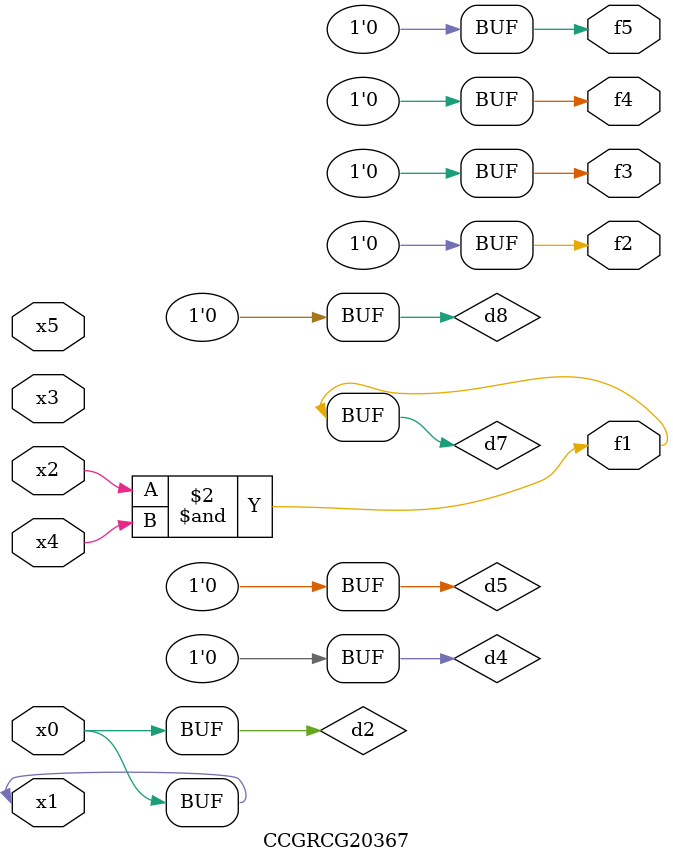
<source format=v>
module CCGRCG20367(
	input x0, x1, x2, x3, x4, x5,
	output f1, f2, f3, f4, f5
);

	wire d1, d2, d3, d4, d5, d6, d7, d8, d9;

	nand (d1, x1);
	buf (d2, x0, x1);
	nand (d3, x2, x4);
	and (d4, d1, d2);
	and (d5, d1, d2);
	nand (d6, d1, d3);
	not (d7, d3);
	xor (d8, d5);
	nor (d9, d5, d6);
	assign f1 = d7;
	assign f2 = d8;
	assign f3 = d8;
	assign f4 = d8;
	assign f5 = d8;
endmodule

</source>
